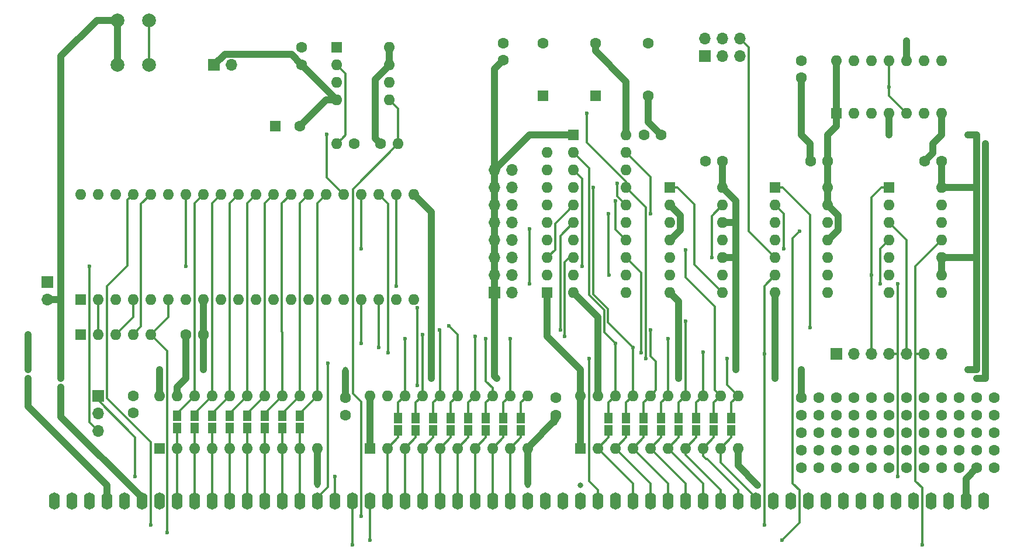
<source format=gbl>
G04 #@! TF.GenerationSoftware,KiCad,Pcbnew,(5.0.2)-1*
G04 #@! TF.CreationDate,2019-01-03T12:41:09+01:00*
G04 #@! TF.ProjectId,CPU6502,43505536-3530-4322-9e6b-696361645f70,rev?*
G04 #@! TF.SameCoordinates,Original*
G04 #@! TF.FileFunction,Copper,L2,Bot*
G04 #@! TF.FilePolarity,Positive*
%FSLAX46Y46*%
G04 Gerber Fmt 4.6, Leading zero omitted, Abs format (unit mm)*
G04 Created by KiCad (PCBNEW (5.0.2)-1) date 03.01.2019 12:41:09*
%MOMM*%
%LPD*%
G01*
G04 APERTURE LIST*
G04 #@! TA.AperFunction,ComponentPad*
%ADD10C,1.600000*%
G04 #@! TD*
G04 #@! TA.AperFunction,ComponentPad*
%ADD11O,1.600000X2.500000*%
G04 #@! TD*
G04 #@! TA.AperFunction,ComponentPad*
%ADD12R,1.600000X1.600000*%
G04 #@! TD*
G04 #@! TA.AperFunction,ComponentPad*
%ADD13O,1.600000X1.600000*%
G04 #@! TD*
G04 #@! TA.AperFunction,SMDPad,CuDef*
%ADD14R,1.200000X1.500000*%
G04 #@! TD*
G04 #@! TA.AperFunction,ComponentPad*
%ADD15C,2.000000*%
G04 #@! TD*
G04 #@! TA.AperFunction,ComponentPad*
%ADD16R,1.700000X1.700000*%
G04 #@! TD*
G04 #@! TA.AperFunction,ComponentPad*
%ADD17O,1.700000X1.700000*%
G04 #@! TD*
G04 #@! TA.AperFunction,ViaPad*
%ADD18C,0.600000*%
G04 #@! TD*
G04 #@! TA.AperFunction,ViaPad*
%ADD19C,0.800000*%
G04 #@! TD*
G04 #@! TA.AperFunction,Conductor*
%ADD20C,0.300000*%
G04 #@! TD*
G04 #@! TA.AperFunction,Conductor*
%ADD21C,1.000000*%
G04 #@! TD*
G04 APERTURE END LIST*
D10*
G04 #@! TO.P,REF\002A\002A,1*
G04 #@! TO.N,GND*
X160337500Y-105727500D03*
G04 #@! TD*
G04 #@! TO.P,REF\002A\002A,1*
G04 #@! TO.N,N/C*
X160337500Y-98107500D03*
G04 #@! TD*
G04 #@! TO.P,REF\002A\002A,1*
G04 #@! TO.N,N/C*
X160337500Y-100647500D03*
G04 #@! TD*
G04 #@! TO.P,REF\002A\002A,1*
G04 #@! TO.N,N/C*
X160337500Y-103187500D03*
G04 #@! TD*
G04 #@! TO.P,REF\002A\002A,1*
G04 #@! TO.N,N/C*
X160337500Y-95567500D03*
G04 #@! TD*
G04 #@! TO.P,REF\002A\002A,1*
G04 #@! TO.N,N/C*
X157797500Y-100647500D03*
G04 #@! TD*
G04 #@! TO.P,REF\002A\002A,1*
G04 #@! TO.N,N/C*
X157797500Y-98107500D03*
G04 #@! TD*
G04 #@! TO.P,REF\002A\002A,1*
G04 #@! TO.N,N/C*
X157797500Y-95567500D03*
G04 #@! TD*
G04 #@! TO.P,REF\002A\002A,1*
G04 #@! TO.N,N/C*
X157797500Y-103187500D03*
G04 #@! TD*
G04 #@! TO.P,REF\002A\002A,1*
G04 #@! TO.N,GND*
X157797500Y-105727500D03*
G04 #@! TD*
G04 #@! TO.P,REF\002A\002A,1*
G04 #@! TO.N,N/C*
X155257500Y-100647500D03*
G04 #@! TD*
G04 #@! TO.P,REF\002A\002A,1*
G04 #@! TO.N,N/C*
X155257500Y-98107500D03*
G04 #@! TD*
G04 #@! TO.P,REF\002A\002A,1*
G04 #@! TO.N,N/C*
X155257500Y-95567500D03*
G04 #@! TD*
G04 #@! TO.P,REF\002A\002A,1*
G04 #@! TO.N,N/C*
X155257500Y-103187500D03*
G04 #@! TD*
G04 #@! TO.P,REF\002A\002A,1*
G04 #@! TO.N,N/C*
X155257500Y-105727500D03*
G04 #@! TD*
G04 #@! TO.P,REF\002A\002A,1*
G04 #@! TO.N,N/C*
X152717500Y-100647500D03*
G04 #@! TD*
G04 #@! TO.P,REF\002A\002A,1*
G04 #@! TO.N,N/C*
X152717500Y-98107500D03*
G04 #@! TD*
G04 #@! TO.P,REF\002A\002A,1*
G04 #@! TO.N,N/C*
X152717500Y-95567500D03*
G04 #@! TD*
G04 #@! TO.P,REF\002A\002A,1*
G04 #@! TO.N,N/C*
X152717500Y-103187500D03*
G04 #@! TD*
G04 #@! TO.P,REF\002A\002A,1*
G04 #@! TO.N,N/C*
X152717500Y-105727500D03*
G04 #@! TD*
G04 #@! TO.P,REF\002A\002A,1*
G04 #@! TO.N,N/C*
X150177500Y-100647500D03*
G04 #@! TD*
G04 #@! TO.P,REF\002A\002A,1*
G04 #@! TO.N,N/C*
X150177500Y-98107500D03*
G04 #@! TD*
G04 #@! TO.P,REF\002A\002A,1*
G04 #@! TO.N,N/C*
X150177500Y-95567500D03*
G04 #@! TD*
G04 #@! TO.P,REF\002A\002A,1*
G04 #@! TO.N,N/C*
X150177500Y-103187500D03*
G04 #@! TD*
G04 #@! TO.P,REF\002A\002A,1*
G04 #@! TO.N,N/C*
X150177500Y-105727500D03*
G04 #@! TD*
G04 #@! TO.P,REF\002A\002A,1*
G04 #@! TO.N,N/C*
X147637500Y-100647500D03*
G04 #@! TD*
G04 #@! TO.P,REF\002A\002A,1*
G04 #@! TO.N,N/C*
X147637500Y-98107500D03*
G04 #@! TD*
G04 #@! TO.P,REF\002A\002A,1*
G04 #@! TO.N,N/C*
X147637500Y-95567500D03*
G04 #@! TD*
G04 #@! TO.P,REF\002A\002A,1*
G04 #@! TO.N,N/C*
X147637500Y-103187500D03*
G04 #@! TD*
G04 #@! TO.P,REF\002A\002A,1*
G04 #@! TO.N,N/C*
X147637500Y-105727500D03*
G04 #@! TD*
G04 #@! TO.P,REF\002A\002A,1*
G04 #@! TO.N,N/C*
X145097500Y-100647500D03*
G04 #@! TD*
G04 #@! TO.P,REF\002A\002A,1*
G04 #@! TO.N,N/C*
X145097500Y-95567500D03*
G04 #@! TD*
G04 #@! TO.P,REF\002A\002A,1*
G04 #@! TO.N,N/C*
X145097500Y-103187500D03*
G04 #@! TD*
G04 #@! TO.P,REF\002A\002A,1*
G04 #@! TO.N,N/C*
X145097500Y-98107500D03*
G04 #@! TD*
G04 #@! TO.P,REF\002A\002A,1*
G04 #@! TO.N,N/C*
X145097500Y-105727500D03*
G04 #@! TD*
G04 #@! TO.P,REF\002A\002A,1*
G04 #@! TO.N,N/C*
X142557500Y-100647500D03*
G04 #@! TD*
G04 #@! TO.P,REF\002A\002A,1*
G04 #@! TO.N,N/C*
X142557500Y-95567500D03*
G04 #@! TD*
G04 #@! TO.P,REF\002A\002A,1*
G04 #@! TO.N,N/C*
X142557500Y-105727500D03*
G04 #@! TD*
G04 #@! TO.P,REF\002A\002A,1*
G04 #@! TO.N,N/C*
X142557500Y-103187500D03*
G04 #@! TD*
G04 #@! TO.P,REF\002A\002A,1*
G04 #@! TO.N,N/C*
X142557500Y-98107500D03*
G04 #@! TD*
G04 #@! TO.P,REF\002A\002A,1*
G04 #@! TO.N,N/C*
X140017500Y-95567500D03*
G04 #@! TD*
G04 #@! TO.P,REF\002A\002A,1*
G04 #@! TO.N,N/C*
X140017500Y-100647500D03*
G04 #@! TD*
G04 #@! TO.P,REF\002A\002A,1*
G04 #@! TO.N,N/C*
X140017500Y-105727500D03*
G04 #@! TD*
G04 #@! TO.P,REF\002A\002A,1*
G04 #@! TO.N,N/C*
X140017500Y-103187500D03*
G04 #@! TD*
G04 #@! TO.P,REF\002A\002A,1*
G04 #@! TO.N,N/C*
X140017500Y-98107500D03*
G04 #@! TD*
G04 #@! TO.P,REF\002A\002A,1*
G04 #@! TO.N,N/C*
X137477500Y-95567500D03*
G04 #@! TD*
G04 #@! TO.P,REF\002A\002A,1*
G04 #@! TO.N,N/C*
X137477500Y-100647500D03*
G04 #@! TD*
G04 #@! TO.P,REF\002A\002A,1*
G04 #@! TO.N,N/C*
X137477500Y-105727500D03*
G04 #@! TD*
G04 #@! TO.P,REF\002A\002A,1*
G04 #@! TO.N,N/C*
X137477500Y-98107500D03*
G04 #@! TD*
G04 #@! TO.P,REF\002A\002A,1*
G04 #@! TO.N,N/C*
X137477500Y-103187500D03*
G04 #@! TD*
G04 #@! TO.P,REF\002A\002A,1*
G04 #@! TO.N,VCC*
X134937500Y-95567500D03*
G04 #@! TD*
G04 #@! TO.P,REF\002A\002A,1*
G04 #@! TO.N,N/C*
X134937500Y-105727500D03*
G04 #@! TD*
G04 #@! TO.P,REF\002A\002A,1*
G04 #@! TO.N,N/C*
X134937500Y-98107500D03*
G04 #@! TD*
G04 #@! TO.P,REF\002A\002A,1*
G04 #@! TO.N,N/C*
X134937500Y-103187500D03*
G04 #@! TD*
G04 #@! TO.P,REF\002A\002A,1*
G04 #@! TO.N,N/C*
X134937500Y-100647500D03*
G04 #@! TD*
G04 #@! TO.P,REF\002A\002A,1*
G04 #@! TO.N,N/C*
X132397500Y-105727500D03*
G04 #@! TD*
G04 #@! TO.P,REF\002A\002A,1*
G04 #@! TO.N,N/C*
X132397500Y-103187500D03*
G04 #@! TD*
G04 #@! TO.P,REF\002A\002A,1*
G04 #@! TO.N,N/C*
X132397500Y-100647500D03*
G04 #@! TD*
G04 #@! TO.P,REF\002A\002A,1*
G04 #@! TO.N,N/C*
X132397500Y-98107500D03*
G04 #@! TD*
G04 #@! TO.P,REF\002A\002A,1*
G04 #@! TO.N,VCC*
X132397500Y-95567500D03*
G04 #@! TD*
D11*
G04 #@! TO.P,J2,54*
G04 #@! TO.N,N/C*
X158750000Y-110490000D03*
G04 #@! TO.P,J2,53*
G04 #@! TO.N,GND*
X156210000Y-110490000D03*
G04 #@! TO.P,J2,52*
X153670000Y-110490000D03*
G04 #@! TO.P,J2,51*
G04 #@! TO.N,N/C*
X151130000Y-110490000D03*
G04 #@! TO.P,J2,50*
X148590000Y-110490000D03*
G04 #@! TO.P,J2,49*
X146050000Y-110490000D03*
G04 #@! TO.P,J2,48*
X143510000Y-110490000D03*
G04 #@! TO.P,J2,47*
G04 #@! TO.N,/-NMI*
X140970000Y-110490000D03*
G04 #@! TO.P,J2,46*
G04 #@! TO.N,N/C*
X138430000Y-110490000D03*
G04 #@! TO.P,J2,45*
X135890000Y-110490000D03*
G04 #@! TO.P,J2,44*
X133350000Y-110490000D03*
G04 #@! TO.P,J2,43*
X130810000Y-110490000D03*
G04 #@! TO.P,J2,42*
X128270000Y-110490000D03*
G04 #@! TO.P,J2,41*
G04 #@! TO.N,/NKC_A15*
X125730000Y-110490000D03*
G04 #@! TO.P,J2,40*
G04 #@! TO.N,/NKC_A14*
X123190000Y-110490000D03*
G04 #@! TO.P,J2,39*
G04 #@! TO.N,/NKC_A13*
X120650000Y-110490000D03*
G04 #@! TO.P,J2,38*
G04 #@! TO.N,/NKC_A12*
X118110000Y-110490000D03*
G04 #@! TO.P,J2,37*
G04 #@! TO.N,/NKC_A11*
X115570000Y-110490000D03*
G04 #@! TO.P,J2,36*
G04 #@! TO.N,/NKC_A10*
X113030000Y-110490000D03*
G04 #@! TO.P,J2,35*
G04 #@! TO.N,/NKC_A9*
X110490000Y-110490000D03*
G04 #@! TO.P,J2,34*
G04 #@! TO.N,/NKC_A8*
X107950000Y-110490000D03*
G04 #@! TO.P,J2,33*
G04 #@! TO.N,N/C*
X105410000Y-110490000D03*
G04 #@! TO.P,J2,32*
G04 #@! TO.N,/-INT*
X102870000Y-110490000D03*
G04 #@! TO.P,J2,31*
G04 #@! TO.N,N/C*
X100330000Y-110490000D03*
G04 #@! TO.P,J2,30*
G04 #@! TO.N,/CLK*
X97790000Y-110490000D03*
G04 #@! TO.P,J2,29*
G04 #@! TO.N,N/C*
X95250000Y-110490000D03*
G04 #@! TO.P,J2,28*
G04 #@! TO.N,/-RESET*
X92710000Y-110490000D03*
G04 #@! TO.P,J2,27*
G04 #@! TO.N,/NKC_A7*
X90170000Y-110490000D03*
G04 #@! TO.P,J2,26*
G04 #@! TO.N,/NKC_A6*
X87630000Y-110490000D03*
G04 #@! TO.P,J2,25*
G04 #@! TO.N,/NKC_A5*
X85090000Y-110490000D03*
G04 #@! TO.P,J2,24*
G04 #@! TO.N,/NKC_A4*
X82550000Y-110490000D03*
G04 #@! TO.P,J2,23*
G04 #@! TO.N,/NKC_A3*
X80010000Y-110490000D03*
G04 #@! TO.P,J2,22*
G04 #@! TO.N,/NKC_A2*
X77470000Y-110490000D03*
G04 #@! TO.P,J2,21*
G04 #@! TO.N,/NKC_A1*
X74930000Y-110490000D03*
G04 #@! TO.P,J2,20*
G04 #@! TO.N,/NKC_A0*
X72390000Y-110490000D03*
G04 #@! TO.P,J2,19*
G04 #@! TO.N,/-MREQ*
X69850000Y-110490000D03*
G04 #@! TO.P,J2,18*
G04 #@! TO.N,/-IORQ*
X67310000Y-110490000D03*
G04 #@! TO.P,J2,17*
G04 #@! TO.N,/-WR*
X64770000Y-110490000D03*
G04 #@! TO.P,J2,16*
G04 #@! TO.N,/-RD*
X62230000Y-110490000D03*
G04 #@! TO.P,J2,15*
G04 #@! TO.N,/NKC_D7*
X59690000Y-110490000D03*
G04 #@! TO.P,J2,14*
G04 #@! TO.N,/NKC_D6*
X57150000Y-110490000D03*
G04 #@! TO.P,J2,13*
G04 #@! TO.N,/NKC_D5*
X54610000Y-110490000D03*
G04 #@! TO.P,J2,12*
G04 #@! TO.N,/NKC_D4*
X52070000Y-110490000D03*
G04 #@! TO.P,J2,11*
G04 #@! TO.N,/NKC_D3*
X49530000Y-110490000D03*
G04 #@! TO.P,J2,10*
G04 #@! TO.N,/NKC_D2*
X46990000Y-110490000D03*
G04 #@! TO.P,J2,9*
G04 #@! TO.N,/NKC_D1*
X44450000Y-110490000D03*
G04 #@! TO.P,J2,8*
G04 #@! TO.N,/NKC_D0*
X41910000Y-110490000D03*
G04 #@! TO.P,J2,7*
G04 #@! TO.N,GND*
X39370000Y-110490000D03*
G04 #@! TO.P,J2,6*
X36830000Y-110490000D03*
G04 #@! TO.P,J2,5*
G04 #@! TO.N,VCC*
X34290000Y-110490000D03*
G04 #@! TO.P,J2,4*
X31750000Y-110490000D03*
G04 #@! TO.P,J2,3*
G04 #@! TO.N,N/C*
X29210000Y-110490000D03*
G04 #@! TO.P,J2,2*
X26670000Y-110490000D03*
G04 #@! TO.P,J2,1*
X24130000Y-110490000D03*
G04 #@! TD*
D12*
G04 #@! TO.P,U8,1*
G04 #@! TO.N,VCC*
X69850000Y-102870000D03*
D13*
G04 #@! TO.P,U8,11*
G04 #@! TO.N,/A7*
X92710000Y-95250000D03*
G04 #@! TO.P,U8,2*
G04 #@! TO.N,/NKC_A0*
X72390000Y-102870000D03*
G04 #@! TO.P,U8,12*
G04 #@! TO.N,/A6*
X90170000Y-95250000D03*
G04 #@! TO.P,U8,3*
G04 #@! TO.N,/NKC_A1*
X74930000Y-102870000D03*
G04 #@! TO.P,U8,13*
G04 #@! TO.N,/A5*
X87630000Y-95250000D03*
G04 #@! TO.P,U8,4*
G04 #@! TO.N,/NKC_A2*
X77470000Y-102870000D03*
G04 #@! TO.P,U8,14*
G04 #@! TO.N,/A4*
X85090000Y-95250000D03*
G04 #@! TO.P,U8,5*
G04 #@! TO.N,/NKC_A3*
X80010000Y-102870000D03*
G04 #@! TO.P,U8,15*
G04 #@! TO.N,/A3*
X82550000Y-95250000D03*
G04 #@! TO.P,U8,6*
G04 #@! TO.N,/NKC_A4*
X82550000Y-102870000D03*
G04 #@! TO.P,U8,16*
G04 #@! TO.N,/A2*
X80010000Y-95250000D03*
G04 #@! TO.P,U8,7*
G04 #@! TO.N,/NKC_A5*
X85090000Y-102870000D03*
G04 #@! TO.P,U8,17*
G04 #@! TO.N,/A1*
X77470000Y-95250000D03*
G04 #@! TO.P,U8,8*
G04 #@! TO.N,/NKC_A6*
X87630000Y-102870000D03*
G04 #@! TO.P,U8,18*
G04 #@! TO.N,/A0*
X74930000Y-95250000D03*
G04 #@! TO.P,U8,9*
G04 #@! TO.N,/NKC_A7*
X90170000Y-102870000D03*
G04 #@! TO.P,U8,19*
G04 #@! TO.N,GND*
X72390000Y-95250000D03*
G04 #@! TO.P,U8,10*
X92710000Y-102870000D03*
G04 #@! TO.P,U8,20*
G04 #@! TO.N,VCC*
X69850000Y-95250000D03*
G04 #@! TD*
D12*
G04 #@! TO.P,U6,1*
G04 #@! TO.N,Net-(JP2-Pad2)*
X39370000Y-102870000D03*
D13*
G04 #@! TO.P,U6,11*
G04 #@! TO.N,/D7*
X62230000Y-95250000D03*
G04 #@! TO.P,U6,2*
G04 #@! TO.N,/NKC_D0*
X41910000Y-102870000D03*
G04 #@! TO.P,U6,12*
G04 #@! TO.N,/D6*
X59690000Y-95250000D03*
G04 #@! TO.P,U6,3*
G04 #@! TO.N,/NKC_D1*
X44450000Y-102870000D03*
G04 #@! TO.P,U6,13*
G04 #@! TO.N,/D5*
X57150000Y-95250000D03*
G04 #@! TO.P,U6,4*
G04 #@! TO.N,/NKC_D2*
X46990000Y-102870000D03*
G04 #@! TO.P,U6,14*
G04 #@! TO.N,/D4*
X54610000Y-95250000D03*
G04 #@! TO.P,U6,5*
G04 #@! TO.N,/NKC_D3*
X49530000Y-102870000D03*
G04 #@! TO.P,U6,15*
G04 #@! TO.N,/D3*
X52070000Y-95250000D03*
G04 #@! TO.P,U6,6*
G04 #@! TO.N,/NKC_D4*
X52070000Y-102870000D03*
G04 #@! TO.P,U6,16*
G04 #@! TO.N,/D2*
X49530000Y-95250000D03*
G04 #@! TO.P,U6,7*
G04 #@! TO.N,/NKC_D5*
X54610000Y-102870000D03*
G04 #@! TO.P,U6,17*
G04 #@! TO.N,/D1*
X46990000Y-95250000D03*
G04 #@! TO.P,U6,8*
G04 #@! TO.N,/NKC_D6*
X57150000Y-102870000D03*
G04 #@! TO.P,U6,18*
G04 #@! TO.N,/D0*
X44450000Y-95250000D03*
G04 #@! TO.P,U6,9*
G04 #@! TO.N,/NKC_D7*
X59690000Y-102870000D03*
G04 #@! TO.P,U6,19*
G04 #@! TO.N,GND*
X41910000Y-95250000D03*
G04 #@! TO.P,U6,10*
X62230000Y-102870000D03*
G04 #@! TO.P,U6,20*
G04 #@! TO.N,VCC*
X39370000Y-95250000D03*
G04 #@! TD*
G04 #@! TO.P,U9,20*
G04 #@! TO.N,VCC*
X100330000Y-95250000D03*
G04 #@! TO.P,U9,10*
G04 #@! TO.N,GND*
X123190000Y-102870000D03*
G04 #@! TO.P,U9,19*
X102870000Y-95250000D03*
G04 #@! TO.P,U9,9*
G04 #@! TO.N,/NKC_A15*
X120650000Y-102870000D03*
G04 #@! TO.P,U9,18*
G04 #@! TO.N,/A8*
X105410000Y-95250000D03*
G04 #@! TO.P,U9,8*
G04 #@! TO.N,/NKC_A14*
X118110000Y-102870000D03*
G04 #@! TO.P,U9,17*
G04 #@! TO.N,/A9*
X107950000Y-95250000D03*
G04 #@! TO.P,U9,7*
G04 #@! TO.N,/NKC_A13*
X115570000Y-102870000D03*
G04 #@! TO.P,U9,16*
G04 #@! TO.N,/A10*
X110490000Y-95250000D03*
G04 #@! TO.P,U9,6*
G04 #@! TO.N,/NKC_A12*
X113030000Y-102870000D03*
G04 #@! TO.P,U9,15*
G04 #@! TO.N,/A11*
X113030000Y-95250000D03*
G04 #@! TO.P,U9,5*
G04 #@! TO.N,/NKC_A11*
X110490000Y-102870000D03*
G04 #@! TO.P,U9,14*
G04 #@! TO.N,/A12*
X115570000Y-95250000D03*
G04 #@! TO.P,U9,4*
G04 #@! TO.N,/NKC_A10*
X107950000Y-102870000D03*
G04 #@! TO.P,U9,13*
G04 #@! TO.N,/A13*
X118110000Y-95250000D03*
G04 #@! TO.P,U9,3*
G04 #@! TO.N,/NKC_A9*
X105410000Y-102870000D03*
G04 #@! TO.P,U9,12*
G04 #@! TO.N,/A14*
X120650000Y-95250000D03*
G04 #@! TO.P,U9,2*
G04 #@! TO.N,/NKC_A8*
X102870000Y-102870000D03*
G04 #@! TO.P,U9,11*
G04 #@! TO.N,/A15*
X123190000Y-95250000D03*
D12*
G04 #@! TO.P,U9,1*
G04 #@! TO.N,VCC*
X100330000Y-102870000D03*
G04 #@! TD*
G04 #@! TO.P,RN1,1*
G04 #@! TO.N,VCC*
X27940000Y-86360000D03*
D13*
G04 #@! TO.P,RN1,2*
G04 #@! TO.N,/RDY*
X30480000Y-86360000D03*
G04 #@! TO.P,RN1,3*
G04 #@! TO.N,/-INT*
X33020000Y-86360000D03*
G04 #@! TO.P,RN1,4*
G04 #@! TO.N,/BE*
X35560000Y-86360000D03*
G04 #@! TO.P,RN1,5*
G04 #@! TO.N,/-NMI*
X38100000Y-86360000D03*
G04 #@! TD*
D10*
G04 #@! TO.P,C1,1*
G04 #@! TO.N,VCC*
X45720000Y-86360000D03*
G04 #@! TO.P,C1,2*
G04 #@! TO.N,GND*
X43220000Y-86360000D03*
G04 #@! TD*
G04 #@! TO.P,C2,2*
G04 #@! TO.N,GND*
X112077500Y-57467500D03*
G04 #@! TO.P,C2,1*
G04 #@! TO.N,VCC*
X109577500Y-57467500D03*
G04 #@! TD*
G04 #@! TO.P,C4,1*
G04 #@! TO.N,VCC*
X136207500Y-61277500D03*
G04 #@! TO.P,C4,2*
G04 #@! TO.N,GND*
X133707500Y-61277500D03*
G04 #@! TD*
G04 #@! TO.P,C5,2*
G04 #@! TO.N,GND*
X150217500Y-61277500D03*
G04 #@! TO.P,C5,1*
G04 #@! TO.N,VCC*
X152717500Y-61277500D03*
G04 #@! TD*
G04 #@! TO.P,C6,1*
G04 #@! TO.N,VCC*
X35560000Y-95250000D03*
G04 #@! TO.P,C6,2*
G04 #@! TO.N,GND*
X35560000Y-97750000D03*
G04 #@! TD*
G04 #@! TO.P,C8,1*
G04 #@! TO.N,VCC*
X66357500Y-95567500D03*
G04 #@! TO.P,C8,2*
G04 #@! TO.N,GND*
X66357500Y-98067500D03*
G04 #@! TD*
G04 #@! TO.P,C9,2*
G04 #@! TO.N,GND*
X96837500Y-98067500D03*
G04 #@! TO.P,C9,1*
G04 #@! TO.N,VCC*
X96837500Y-95567500D03*
G04 #@! TD*
G04 #@! TO.P,C10,1*
G04 #@! TO.N,VCC*
X132397500Y-46672500D03*
G04 #@! TO.P,C10,2*
G04 #@! TO.N,GND*
X132397500Y-49172500D03*
G04 #@! TD*
G04 #@! TO.P,C3,1*
G04 #@! TO.N,VCC*
X120967500Y-61277500D03*
G04 #@! TO.P,C3,2*
G04 #@! TO.N,GND*
X118467500Y-61277500D03*
G04 #@! TD*
D14*
G04 #@! TO.P,J6,8a*
G04 #@! TO.N,/NKC_D7*
X59690000Y-99960000D03*
G04 #@! TO.P,J6,8b*
G04 #@! TO.N,/D7*
X59690000Y-98160000D03*
G04 #@! TO.P,J6,7a*
G04 #@! TO.N,/NKC_D6*
X57150000Y-99960000D03*
G04 #@! TO.P,J6,7b*
G04 #@! TO.N,/D6*
X57150000Y-98160000D03*
G04 #@! TO.P,J6,6a*
G04 #@! TO.N,/NKC_D5*
X54610000Y-99960000D03*
G04 #@! TO.P,J6,6b*
G04 #@! TO.N,/D5*
X54610000Y-98160000D03*
G04 #@! TO.P,J6,5a*
G04 #@! TO.N,/NKC_D4*
X52070000Y-99960000D03*
G04 #@! TO.P,J6,5b*
G04 #@! TO.N,/D4*
X52070000Y-98160000D03*
G04 #@! TO.P,J6,4a*
G04 #@! TO.N,/NKC_D3*
X49530000Y-99960000D03*
G04 #@! TO.P,J6,4b*
G04 #@! TO.N,/D3*
X49530000Y-98160000D03*
G04 #@! TO.P,J6,3a*
G04 #@! TO.N,/NKC_D2*
X46990000Y-99960000D03*
G04 #@! TO.P,J6,3b*
G04 #@! TO.N,/D2*
X46990000Y-98160000D03*
G04 #@! TO.P,J6,2a*
G04 #@! TO.N,/NKC_D1*
X44450000Y-99960000D03*
G04 #@! TO.P,J6,2b*
G04 #@! TO.N,/D1*
X44450000Y-98160000D03*
G04 #@! TO.P,J6,1a*
G04 #@! TO.N,/NKC_D0*
X41910000Y-99960000D03*
G04 #@! TO.P,J6,1b*
G04 #@! TO.N,/D0*
X41910000Y-98160000D03*
G04 #@! TD*
D10*
G04 #@! TO.P,C11,1*
G04 #@! TO.N,VCC*
X89217500Y-44132500D03*
G04 #@! TO.P,C11,2*
G04 #@! TO.N,GND*
X89217500Y-46632500D03*
G04 #@! TD*
D12*
G04 #@! TO.P,U10,1*
G04 #@! TO.N,VCC*
X137477500Y-54292500D03*
D13*
G04 #@! TO.P,U10,8*
G04 #@! TO.N,Net-(U10-Pad12)*
X152717500Y-46672500D03*
G04 #@! TO.P,U10,2*
G04 #@! TO.N,Net-(U10-Pad2)*
X140017500Y-54292500D03*
G04 #@! TO.P,U10,9*
G04 #@! TO.N,Net-(JP3-Pad5)*
X150177500Y-46672500D03*
G04 #@! TO.P,U10,3*
G04 #@! TO.N,Net-(JP3-Pad1)*
X142557500Y-54292500D03*
G04 #@! TO.P,U10,10*
G04 #@! TO.N,VCC*
X147637500Y-46672500D03*
G04 #@! TO.P,U10,4*
X145097500Y-54292500D03*
G04 #@! TO.P,U10,11*
G04 #@! TO.N,Net-(JP3-Pad3)*
X145097500Y-46672500D03*
G04 #@! TO.P,U10,5*
X147637500Y-54292500D03*
G04 #@! TO.P,U10,12*
G04 #@! TO.N,Net-(U10-Pad12)*
X142557500Y-46672500D03*
G04 #@! TO.P,U10,6*
G04 #@! TO.N,Net-(U10-Pad2)*
X150177500Y-54292500D03*
G04 #@! TO.P,U10,13*
G04 #@! TO.N,VCC*
X140017500Y-46672500D03*
G04 #@! TO.P,U10,7*
G04 #@! TO.N,GND*
X152717500Y-54292500D03*
G04 #@! TO.P,U10,14*
G04 #@! TO.N,VCC*
X137477500Y-46672500D03*
G04 #@! TD*
D10*
G04 #@! TO.P,C12,1*
G04 #@! TO.N,Net-(C12-Pad1)*
X60007500Y-44767500D03*
G04 #@! TO.P,C12,2*
G04 #@! TO.N,GND*
X60007500Y-47267500D03*
G04 #@! TD*
D13*
G04 #@! TO.P,R1,2*
G04 #@! TO.N,Net-(J11-Pad2)*
X65087500Y-58737500D03*
D10*
G04 #@! TO.P,R1,1*
G04 #@! TO.N,VCC*
X67627500Y-58737500D03*
G04 #@! TD*
G04 #@! TO.P,R2,1*
G04 #@! TO.N,VCC*
X71437500Y-58737500D03*
D13*
G04 #@! TO.P,R2,2*
G04 #@! TO.N,/-RESET*
X73977500Y-58737500D03*
G04 #@! TD*
D15*
G04 #@! TO.P,SW1,2*
G04 #@! TO.N,Net-(J11-Pad2)*
X37837500Y-47307500D03*
G04 #@! TO.P,SW1,1*
G04 #@! TO.N,GND*
X33337500Y-47307500D03*
G04 #@! TO.P,SW1,2*
G04 #@! TO.N,Net-(J11-Pad2)*
X37837500Y-40807500D03*
G04 #@! TO.P,SW1,1*
G04 #@! TO.N,GND*
X33337500Y-40807500D03*
G04 #@! TD*
D12*
G04 #@! TO.P,U11,1*
G04 #@! TO.N,Net-(C12-Pad1)*
X65087500Y-44767500D03*
D13*
G04 #@! TO.P,U11,5*
G04 #@! TO.N,/-RESET*
X72707500Y-52387500D03*
G04 #@! TO.P,U11,2*
G04 #@! TO.N,Net-(J11-Pad2)*
X65087500Y-47307500D03*
G04 #@! TO.P,U11,6*
G04 #@! TO.N,N/C*
X72707500Y-49847500D03*
G04 #@! TO.P,U11,3*
G04 #@! TO.N,Net-(C13-Pad1)*
X65087500Y-49847500D03*
G04 #@! TO.P,U11,7*
G04 #@! TO.N,VCC*
X72707500Y-47307500D03*
G04 #@! TO.P,U11,4*
G04 #@! TO.N,GND*
X65087500Y-52387500D03*
G04 #@! TO.P,U11,8*
G04 #@! TO.N,VCC*
X72707500Y-44767500D03*
G04 #@! TD*
D16*
G04 #@! TO.P,JP2,1*
G04 #@! TO.N,/-WR*
X30480000Y-95250000D03*
D17*
G04 #@! TO.P,JP2,2*
G04 #@! TO.N,Net-(JP2-Pad2)*
X30480000Y-97790000D03*
G04 #@! TO.P,JP2,3*
G04 #@! TO.N,/R-W*
X30480000Y-100330000D03*
G04 #@! TD*
D16*
G04 #@! TO.P,J11,1*
G04 #@! TO.N,GND*
X47307500Y-47307500D03*
D17*
G04 #@! TO.P,J11,2*
G04 #@! TO.N,Net-(J11-Pad2)*
X49847500Y-47307500D03*
G04 #@! TD*
D16*
G04 #@! TO.P,JP1,1*
G04 #@! TO.N,Net-(JP1-Pad1)*
X23177500Y-78740000D03*
D17*
G04 #@! TO.P,JP1,2*
G04 #@! TO.N,GND*
X23177500Y-81280000D03*
G04 #@! TD*
D12*
G04 #@! TO.P,RN2,1*
G04 #@! TO.N,VCC*
X95567500Y-80327500D03*
D13*
G04 #@! TO.P,RN2,2*
G04 #@! TO.N,Net-(J12-Pad2)*
X95567500Y-77787500D03*
G04 #@! TO.P,RN2,3*
G04 #@! TO.N,Net-(J12-Pad4)*
X95567500Y-75247500D03*
G04 #@! TO.P,RN2,4*
G04 #@! TO.N,Net-(J12-Pad6)*
X95567500Y-72707500D03*
G04 #@! TO.P,RN2,5*
G04 #@! TO.N,Net-(J12-Pad8)*
X95567500Y-70167500D03*
G04 #@! TO.P,RN2,6*
G04 #@! TO.N,Net-(J12-Pad10)*
X95567500Y-67627500D03*
G04 #@! TO.P,RN2,7*
G04 #@! TO.N,Net-(J12-Pad12)*
X95567500Y-65087500D03*
G04 #@! TO.P,RN2,8*
G04 #@! TO.N,Net-(J12-Pad14)*
X95567500Y-62547500D03*
G04 #@! TO.P,RN2,9*
G04 #@! TO.N,Net-(J12-Pad16)*
X95567500Y-60007500D03*
G04 #@! TD*
D16*
G04 #@! TO.P,JP3,1*
G04 #@! TO.N,Net-(JP3-Pad1)*
X118427500Y-46037500D03*
D17*
G04 #@! TO.P,JP3,2*
G04 #@! TO.N,Net-(JP3-Pad2)*
X118427500Y-43497500D03*
G04 #@! TO.P,JP3,3*
G04 #@! TO.N,Net-(JP3-Pad3)*
X120967500Y-46037500D03*
G04 #@! TO.P,JP3,4*
G04 #@! TO.N,Net-(JP3-Pad2)*
X120967500Y-43497500D03*
G04 #@! TO.P,JP3,5*
G04 #@! TO.N,Net-(JP3-Pad5)*
X123507500Y-46037500D03*
G04 #@! TO.P,JP3,6*
G04 #@! TO.N,Net-(JP3-Pad2)*
X123507500Y-43497500D03*
G04 #@! TD*
D16*
G04 #@! TO.P,J12,1*
G04 #@! TO.N,GND*
X87947500Y-80327500D03*
D17*
G04 #@! TO.P,J12,2*
G04 #@! TO.N,Net-(J12-Pad2)*
X90487500Y-80327500D03*
G04 #@! TO.P,J12,3*
G04 #@! TO.N,GND*
X87947500Y-77787500D03*
G04 #@! TO.P,J12,4*
G04 #@! TO.N,Net-(J12-Pad4)*
X90487500Y-77787500D03*
G04 #@! TO.P,J12,5*
G04 #@! TO.N,GND*
X87947500Y-75247500D03*
G04 #@! TO.P,J12,6*
G04 #@! TO.N,Net-(J12-Pad6)*
X90487500Y-75247500D03*
G04 #@! TO.P,J12,7*
G04 #@! TO.N,GND*
X87947500Y-72707500D03*
G04 #@! TO.P,J12,8*
G04 #@! TO.N,Net-(J12-Pad8)*
X90487500Y-72707500D03*
G04 #@! TO.P,J12,9*
G04 #@! TO.N,GND*
X87947500Y-70167500D03*
G04 #@! TO.P,J12,10*
G04 #@! TO.N,Net-(J12-Pad10)*
X90487500Y-70167500D03*
G04 #@! TO.P,J12,11*
G04 #@! TO.N,GND*
X87947500Y-67627500D03*
G04 #@! TO.P,J12,12*
G04 #@! TO.N,Net-(J12-Pad12)*
X90487500Y-67627500D03*
G04 #@! TO.P,J12,13*
G04 #@! TO.N,GND*
X87947500Y-65087500D03*
G04 #@! TO.P,J12,14*
G04 #@! TO.N,Net-(J12-Pad14)*
X90487500Y-65087500D03*
G04 #@! TO.P,J12,15*
G04 #@! TO.N,GND*
X87947500Y-62547500D03*
G04 #@! TO.P,J12,16*
G04 #@! TO.N,Net-(J12-Pad16)*
X90487500Y-62547500D03*
G04 #@! TD*
D14*
G04 #@! TO.P,J8,1b*
G04 #@! TO.N,/A0*
X73977500Y-98477500D03*
G04 #@! TO.P,J8,1a*
G04 #@! TO.N,/NKC_A0*
X73977500Y-100277500D03*
G04 #@! TO.P,J8,2b*
G04 #@! TO.N,/A1*
X76517500Y-98477500D03*
G04 #@! TO.P,J8,2a*
G04 #@! TO.N,/NKC_A1*
X76517500Y-100277500D03*
G04 #@! TO.P,J8,3b*
G04 #@! TO.N,/A2*
X79057500Y-98477500D03*
G04 #@! TO.P,J8,3a*
G04 #@! TO.N,/NKC_A2*
X79057500Y-100277500D03*
G04 #@! TO.P,J8,4b*
G04 #@! TO.N,/A3*
X81597500Y-98477500D03*
G04 #@! TO.P,J8,4a*
G04 #@! TO.N,/NKC_A3*
X81597500Y-100277500D03*
G04 #@! TO.P,J8,5b*
G04 #@! TO.N,/A4*
X84137500Y-98477500D03*
G04 #@! TO.P,J8,5a*
G04 #@! TO.N,/NKC_A4*
X84137500Y-100277500D03*
G04 #@! TO.P,J8,6b*
G04 #@! TO.N,/A5*
X86677500Y-98477500D03*
G04 #@! TO.P,J8,6a*
G04 #@! TO.N,/NKC_A5*
X86677500Y-100277500D03*
G04 #@! TO.P,J8,7b*
G04 #@! TO.N,/A6*
X89217500Y-98477500D03*
G04 #@! TO.P,J8,7a*
G04 #@! TO.N,/NKC_A6*
X89217500Y-100277500D03*
G04 #@! TO.P,J8,8b*
G04 #@! TO.N,/A7*
X91757500Y-98477500D03*
G04 #@! TO.P,J8,8a*
G04 #@! TO.N,/NKC_A7*
X91757500Y-100277500D03*
G04 #@! TD*
G04 #@! TO.P,J9,8a*
G04 #@! TO.N,/NKC_A15*
X122237500Y-100277500D03*
G04 #@! TO.P,J9,8b*
G04 #@! TO.N,/A15*
X122237500Y-98477500D03*
G04 #@! TO.P,J9,7a*
G04 #@! TO.N,/NKC_A14*
X119697500Y-100277500D03*
G04 #@! TO.P,J9,7b*
G04 #@! TO.N,/A14*
X119697500Y-98477500D03*
G04 #@! TO.P,J9,6a*
G04 #@! TO.N,/NKC_A13*
X117157500Y-100277500D03*
G04 #@! TO.P,J9,6b*
G04 #@! TO.N,/A13*
X117157500Y-98477500D03*
G04 #@! TO.P,J9,5a*
G04 #@! TO.N,/NKC_A12*
X114617500Y-100277500D03*
G04 #@! TO.P,J9,5b*
G04 #@! TO.N,/A12*
X114617500Y-98477500D03*
G04 #@! TO.P,J9,4a*
G04 #@! TO.N,/NKC_A11*
X112077500Y-100277500D03*
G04 #@! TO.P,J9,4b*
G04 #@! TO.N,/A11*
X112077500Y-98477500D03*
G04 #@! TO.P,J9,3a*
G04 #@! TO.N,/NKC_A10*
X109537500Y-100277500D03*
G04 #@! TO.P,J9,3b*
G04 #@! TO.N,/A10*
X109537500Y-98477500D03*
G04 #@! TO.P,J9,2a*
G04 #@! TO.N,/NKC_A9*
X106997500Y-100277500D03*
G04 #@! TO.P,J9,2b*
G04 #@! TO.N,/A9*
X106997500Y-98477500D03*
G04 #@! TO.P,J9,1a*
G04 #@! TO.N,/NKC_A8*
X104457500Y-100277500D03*
G04 #@! TO.P,J9,1b*
G04 #@! TO.N,/A8*
X104457500Y-98477500D03*
G04 #@! TD*
D12*
G04 #@! TO.P,C13,1*
G04 #@! TO.N,Net-(C13-Pad1)*
X56197500Y-56197500D03*
D10*
G04 #@! TO.P,C13,2*
G04 #@! TO.N,GND*
X59697500Y-56197500D03*
G04 #@! TD*
D12*
G04 #@! TO.P,U1,1*
G04 #@! TO.N,Net-(JP1-Pad1)*
X27940000Y-81280000D03*
D13*
G04 #@! TO.P,U1,21*
G04 #@! TO.N,GND*
X76200000Y-66040000D03*
G04 #@! TO.P,U1,2*
G04 #@! TO.N,/RDY*
X30480000Y-81280000D03*
G04 #@! TO.P,U1,22*
G04 #@! TO.N,/A12*
X73660000Y-66040000D03*
G04 #@! TO.P,U1,3*
G04 #@! TO.N,N/C*
X33020000Y-81280000D03*
G04 #@! TO.P,U1,23*
G04 #@! TO.N,/A13*
X71120000Y-66040000D03*
G04 #@! TO.P,U1,4*
G04 #@! TO.N,/-INT*
X35560000Y-81280000D03*
G04 #@! TO.P,U1,24*
G04 #@! TO.N,/A14*
X68580000Y-66040000D03*
G04 #@! TO.P,U1,5*
G04 #@! TO.N,N/C*
X38100000Y-81280000D03*
G04 #@! TO.P,U1,25*
G04 #@! TO.N,/A15*
X66040000Y-66040000D03*
G04 #@! TO.P,U1,6*
G04 #@! TO.N,/-NMI*
X40640000Y-81280000D03*
G04 #@! TO.P,U1,26*
G04 #@! TO.N,/D7*
X63500000Y-66040000D03*
G04 #@! TO.P,U1,7*
G04 #@! TO.N,N/C*
X43180000Y-81280000D03*
G04 #@! TO.P,U1,27*
G04 #@! TO.N,/D6*
X60960000Y-66040000D03*
G04 #@! TO.P,U1,8*
G04 #@! TO.N,VCC*
X45720000Y-81280000D03*
G04 #@! TO.P,U1,28*
G04 #@! TO.N,/D5*
X58420000Y-66040000D03*
G04 #@! TO.P,U1,9*
G04 #@! TO.N,/A0*
X48260000Y-81280000D03*
G04 #@! TO.P,U1,29*
G04 #@! TO.N,/D4*
X55880000Y-66040000D03*
G04 #@! TO.P,U1,10*
G04 #@! TO.N,/A1*
X50800000Y-81280000D03*
G04 #@! TO.P,U1,30*
G04 #@! TO.N,/D3*
X53340000Y-66040000D03*
G04 #@! TO.P,U1,11*
G04 #@! TO.N,/A2*
X53340000Y-81280000D03*
G04 #@! TO.P,U1,31*
G04 #@! TO.N,/D2*
X50800000Y-66040000D03*
G04 #@! TO.P,U1,12*
G04 #@! TO.N,/A3*
X55880000Y-81280000D03*
G04 #@! TO.P,U1,32*
G04 #@! TO.N,/D1*
X48260000Y-66040000D03*
G04 #@! TO.P,U1,13*
G04 #@! TO.N,/A4*
X58420000Y-81280000D03*
G04 #@! TO.P,U1,33*
G04 #@! TO.N,/D0*
X45720000Y-66040000D03*
G04 #@! TO.P,U1,14*
G04 #@! TO.N,/A5*
X60960000Y-81280000D03*
G04 #@! TO.P,U1,34*
G04 #@! TO.N,/R-W*
X43180000Y-66040000D03*
G04 #@! TO.P,U1,15*
G04 #@! TO.N,/A6*
X63500000Y-81280000D03*
G04 #@! TO.P,U1,35*
G04 #@! TO.N,N/C*
X40640000Y-66040000D03*
G04 #@! TO.P,U1,16*
G04 #@! TO.N,/A7*
X66040000Y-81280000D03*
G04 #@! TO.P,U1,36*
G04 #@! TO.N,/BE*
X38100000Y-66040000D03*
G04 #@! TO.P,U1,17*
G04 #@! TO.N,/A8*
X68580000Y-81280000D03*
G04 #@! TO.P,U1,37*
G04 #@! TO.N,/CLK*
X35560000Y-66040000D03*
G04 #@! TO.P,U1,18*
G04 #@! TO.N,/A9*
X71120000Y-81280000D03*
G04 #@! TO.P,U1,38*
G04 #@! TO.N,N/C*
X33020000Y-66040000D03*
G04 #@! TO.P,U1,19*
G04 #@! TO.N,/A10*
X73660000Y-81280000D03*
G04 #@! TO.P,U1,39*
G04 #@! TO.N,/PHI2*
X30480000Y-66040000D03*
G04 #@! TO.P,U1,20*
G04 #@! TO.N,/A11*
X76200000Y-81280000D03*
G04 #@! TO.P,U1,40*
G04 #@! TO.N,/-RESET*
X27940000Y-66040000D03*
G04 #@! TD*
D12*
G04 #@! TO.P,U2,1*
G04 #@! TO.N,GND*
X99377500Y-57467500D03*
D13*
G04 #@! TO.P,U2,11*
G04 #@! TO.N,/A12*
X106997500Y-80327500D03*
G04 #@! TO.P,U2,2*
G04 #@! TO.N,/A8*
X99377500Y-60007500D03*
G04 #@! TO.P,U2,12*
G04 #@! TO.N,Net-(J12-Pad10)*
X106997500Y-77787500D03*
G04 #@! TO.P,U2,3*
G04 #@! TO.N,Net-(J12-Pad2)*
X99377500Y-62547500D03*
G04 #@! TO.P,U2,13*
G04 #@! TO.N,/A13*
X106997500Y-75247500D03*
G04 #@! TO.P,U2,4*
G04 #@! TO.N,/A9*
X99377500Y-65087500D03*
G04 #@! TO.P,U2,14*
G04 #@! TO.N,Net-(J12-Pad12)*
X106997500Y-72707500D03*
G04 #@! TO.P,U2,5*
G04 #@! TO.N,Net-(J12-Pad4)*
X99377500Y-67627500D03*
G04 #@! TO.P,U2,15*
G04 #@! TO.N,/A14*
X106997500Y-70167500D03*
G04 #@! TO.P,U2,6*
G04 #@! TO.N,/A10*
X99377500Y-70167500D03*
G04 #@! TO.P,U2,16*
G04 #@! TO.N,Net-(J12-Pad14)*
X106997500Y-67627500D03*
G04 #@! TO.P,U2,7*
G04 #@! TO.N,Net-(J12-Pad6)*
X99377500Y-72707500D03*
G04 #@! TO.P,U2,17*
G04 #@! TO.N,/A15*
X106997500Y-65087500D03*
G04 #@! TO.P,U2,8*
G04 #@! TO.N,/A11*
X99377500Y-75247500D03*
G04 #@! TO.P,U2,18*
G04 #@! TO.N,Net-(J12-Pad16)*
X106997500Y-62547500D03*
G04 #@! TO.P,U2,9*
G04 #@! TO.N,Net-(J12-Pad8)*
X99377500Y-77787500D03*
G04 #@! TO.P,U2,19*
G04 #@! TO.N,Net-(U2-Pad19)*
X106997500Y-60007500D03*
G04 #@! TO.P,U2,10*
G04 #@! TO.N,GND*
X99377500Y-80327500D03*
G04 #@! TO.P,U2,20*
G04 #@! TO.N,VCC*
X106997500Y-57467500D03*
G04 #@! TD*
D12*
G04 #@! TO.P,U3,1*
G04 #@! TO.N,Net-(U3-Pad1)*
X113347500Y-65087500D03*
D13*
G04 #@! TO.P,U3,8*
X120967500Y-80327500D03*
G04 #@! TO.P,U3,2*
G04 #@! TO.N,VCC*
X113347500Y-67627500D03*
G04 #@! TO.P,U3,9*
G04 #@! TO.N,N/C*
X120967500Y-77787500D03*
G04 #@! TO.P,U3,3*
G04 #@! TO.N,/CLK*
X113347500Y-70167500D03*
G04 #@! TO.P,U3,10*
G04 #@! TO.N,VCC*
X120967500Y-75247500D03*
G04 #@! TO.P,U3,4*
X113347500Y-72707500D03*
G04 #@! TO.P,U3,11*
G04 #@! TO.N,/-PHI2*
X120967500Y-72707500D03*
G04 #@! TO.P,U3,5*
G04 #@! TO.N,Net-(U3-Pad13)*
X113347500Y-75247500D03*
G04 #@! TO.P,U3,12*
G04 #@! TO.N,VCC*
X120967500Y-70167500D03*
G04 #@! TO.P,U3,6*
G04 #@! TO.N,N/C*
X113347500Y-77787500D03*
G04 #@! TO.P,U3,13*
G04 #@! TO.N,Net-(U3-Pad13)*
X120967500Y-67627500D03*
G04 #@! TO.P,U3,7*
G04 #@! TO.N,GND*
X113347500Y-80327500D03*
G04 #@! TO.P,U3,14*
G04 #@! TO.N,VCC*
X120967500Y-65087500D03*
G04 #@! TD*
G04 #@! TO.P,U4,14*
G04 #@! TO.N,VCC*
X136207500Y-65087500D03*
G04 #@! TO.P,U4,7*
G04 #@! TO.N,GND*
X128587500Y-80327500D03*
G04 #@! TO.P,U4,13*
G04 #@! TO.N,VCC*
X136207500Y-67627500D03*
G04 #@! TO.P,U4,6*
G04 #@! TO.N,/CLK*
X128587500Y-77787500D03*
G04 #@! TO.P,U4,12*
G04 #@! TO.N,N/C*
X136207500Y-70167500D03*
G04 #@! TO.P,U4,5*
G04 #@! TO.N,Net-(JP3-Pad2)*
X128587500Y-75247500D03*
G04 #@! TO.P,U4,11*
G04 #@! TO.N,VCC*
X136207500Y-72707500D03*
G04 #@! TO.P,U4,4*
G04 #@! TO.N,/-MREQ*
X128587500Y-72707500D03*
G04 #@! TO.P,U4,10*
G04 #@! TO.N,N/C*
X136207500Y-75247500D03*
G04 #@! TO.P,U4,3*
G04 #@! TO.N,Net-(U2-Pad19)*
X128587500Y-70167500D03*
G04 #@! TO.P,U4,9*
G04 #@! TO.N,/R-W*
X136207500Y-77787500D03*
G04 #@! TO.P,U4,2*
G04 #@! TO.N,/-PHI2*
X128587500Y-67627500D03*
G04 #@! TO.P,U4,8*
G04 #@! TO.N,Net-(U4-Pad8)*
X136207500Y-80327500D03*
D12*
G04 #@! TO.P,U4,1*
G04 #@! TO.N,/PHI2*
X128587500Y-65087500D03*
G04 #@! TD*
G04 #@! TO.P,U5,1*
G04 #@! TO.N,/R-W*
X145097500Y-65087500D03*
D13*
G04 #@! TO.P,U5,8*
G04 #@! TO.N,N/C*
X152717500Y-80327500D03*
G04 #@! TO.P,U5,2*
G04 #@! TO.N,Net-(U3-Pad13)*
X145097500Y-67627500D03*
G04 #@! TO.P,U5,9*
G04 #@! TO.N,VCC*
X152717500Y-77787500D03*
G04 #@! TO.P,U5,3*
G04 #@! TO.N,/-RD*
X145097500Y-70167500D03*
G04 #@! TO.P,U5,10*
G04 #@! TO.N,VCC*
X152717500Y-75247500D03*
G04 #@! TO.P,U5,4*
G04 #@! TO.N,Net-(U4-Pad8)*
X145097500Y-72707500D03*
G04 #@! TO.P,U5,11*
G04 #@! TO.N,/-IORQ*
X152717500Y-72707500D03*
G04 #@! TO.P,U5,5*
G04 #@! TO.N,/-PHI2*
X145097500Y-75247500D03*
G04 #@! TO.P,U5,12*
G04 #@! TO.N,/-MREQ*
X152717500Y-70167500D03*
G04 #@! TO.P,U5,6*
G04 #@! TO.N,/-WR*
X145097500Y-77787500D03*
G04 #@! TO.P,U5,13*
G04 #@! TO.N,Net-(U3-Pad13)*
X152717500Y-67627500D03*
G04 #@! TO.P,U5,7*
G04 #@! TO.N,GND*
X145097500Y-80327500D03*
G04 #@! TO.P,U5,14*
G04 #@! TO.N,VCC*
X152717500Y-65087500D03*
G04 #@! TD*
D12*
G04 #@! TO.P,X1,1*
G04 #@! TO.N,N/C*
X94932500Y-51752500D03*
D10*
G04 #@! TO.P,X1,14*
G04 #@! TO.N,VCC*
X94932500Y-44132500D03*
G04 #@! TO.P,X1,8*
G04 #@! TO.N,Net-(JP3-Pad1)*
X110172500Y-44132500D03*
G04 #@! TO.P,X1,7*
G04 #@! TO.N,GND*
X110172500Y-51752500D03*
G04 #@! TD*
D12*
G04 #@! TO.P,X2,1*
G04 #@! TO.N,N/C*
X102552500Y-51752500D03*
D10*
G04 #@! TO.P,X2,8*
G04 #@! TO.N,VCC*
X102552500Y-44132500D03*
G04 #@! TO.P,X2,5*
G04 #@! TO.N,Net-(JP3-Pad1)*
X110172500Y-44132500D03*
G04 #@! TO.P,X2,4*
G04 #@! TO.N,GND*
X110172500Y-51752500D03*
G04 #@! TD*
D16*
G04 #@! TO.P,J13,1*
G04 #@! TO.N,/CLK*
X137477500Y-89217500D03*
D17*
G04 #@! TO.P,J13,2*
G04 #@! TO.N,/PHI2*
X140017500Y-89217500D03*
G04 #@! TO.P,J13,3*
G04 #@! TO.N,/R-W*
X142557500Y-89217500D03*
G04 #@! TO.P,J13,4*
G04 #@! TO.N,/-WR*
X145097500Y-89217500D03*
G04 #@! TO.P,J13,5*
G04 #@! TO.N,/-RD*
X147637500Y-89217500D03*
G04 #@! TO.P,J13,6*
G04 #@! TO.N,/-IORQ*
X150177500Y-89217500D03*
G04 #@! TO.P,J13,7*
G04 #@! TO.N,/-MREQ*
X152717500Y-89217500D03*
G04 #@! TD*
D18*
G04 #@! TO.N,Net-(U2-Pad19)*
X110505010Y-68897500D03*
G04 #@! TO.N,Net-(U3-Pad13)*
X119380000Y-75247502D03*
G04 #@! TO.N,Net-(U4-Pad8)*
X143827500Y-79057500D03*
D19*
G04 #@! TO.N,VCC*
X20320000Y-91440000D03*
X45720000Y-91440000D03*
X39370000Y-91440000D03*
D18*
X20320000Y-86360000D03*
D19*
X100330000Y-91440000D03*
X122872500Y-91440000D03*
X157797500Y-91440000D03*
X156527500Y-91440000D03*
X157797500Y-57467500D03*
X136207500Y-57467500D03*
D18*
X145097500Y-57467500D03*
D19*
X66357500Y-91487501D03*
X147637500Y-43815000D03*
X20320000Y-92710000D03*
X157797500Y-57467502D03*
D18*
X156527500Y-57467500D03*
D19*
X132397500Y-91440000D03*
G04 #@! TO.N,GND*
X92710000Y-108240000D03*
X62230000Y-108240000D03*
X25082500Y-92710000D03*
X43180000Y-92710000D03*
X102870000Y-92710000D03*
X78740000Y-92710000D03*
X128587500Y-92710000D03*
X157797500Y-92710000D03*
X159067500Y-92710000D03*
X159067500Y-58737500D03*
X159067500Y-60007500D03*
X151447500Y-58737500D03*
X133667500Y-58737500D03*
X88265026Y-92710000D03*
X100330000Y-108240000D03*
X25082500Y-93980000D03*
X126047500Y-108240000D03*
X114617504Y-92710000D03*
D18*
G04 #@! TO.N,/A11*
X98107500Y-86677500D03*
X113030000Y-86995000D03*
G04 #@! TO.N,/A10*
X97457490Y-85725000D03*
X110505010Y-85725000D03*
G04 #@! TO.N,/A9*
X71120000Y-88280000D03*
X102250010Y-65087500D03*
X107950000Y-88265000D03*
G04 #@! TO.N,/A8*
X68580000Y-87629990D03*
X105410000Y-87630000D03*
G04 #@! TO.N,/A7*
X76728234Y-82519988D03*
X76728234Y-93769266D03*
G04 #@! TO.N,/A6*
X90170000Y-86979980D03*
G04 #@! TO.N,/A5*
X86677500Y-86995000D03*
G04 #@! TO.N,/A4*
X85090000Y-86677502D03*
G04 #@! TO.N,/A3*
X81280000Y-85120012D03*
G04 #@! TO.N,/A2*
X79979989Y-85710001D03*
G04 #@! TO.N,/A1*
X77470000Y-86360000D03*
G04 #@! TO.N,/A0*
X74930000Y-86995000D03*
G04 #@! TO.N,/A14*
X68580000Y-73977500D03*
X115570000Y-74097499D03*
G04 #@! TO.N,/A13*
X72509999Y-89019997D03*
X118110000Y-88900000D03*
X109204990Y-89020699D03*
G04 #@! TO.N,/A12*
X73660000Y-79375000D03*
X115617510Y-84455000D03*
G04 #@! TO.N,/PHI2*
X133667500Y-85407500D03*
G04 #@! TO.N,/-INT*
X101600000Y-89837490D03*
G04 #@! TO.N,/-NMI*
X40520001Y-115132501D03*
G04 #@! TO.N,/-WR*
X146367496Y-79057500D03*
X35877500Y-106997500D03*
X146367500Y-106997500D03*
X64770000Y-106997500D03*
G04 #@! TO.N,/-IORQ*
X149860000Y-116840000D03*
X67310000Y-116840000D03*
G04 #@! TO.N,/-RD*
X63817500Y-90502510D03*
G04 #@! TO.N,/CLK*
X38100000Y-113982500D03*
X127000000Y-113982500D03*
X127000000Y-89217500D03*
G04 #@! TO.N,/A15*
X63619999Y-57347501D03*
X101282500Y-54292500D03*
X121602500Y-89837490D03*
X109855000Y-89837490D03*
G04 #@! TO.N,/-PHI2*
X129857500Y-73977500D03*
G04 #@! TO.N,/-MREQ*
X132080000Y-71437500D03*
X129540000Y-116189990D03*
X69850000Y-116189990D03*
G04 #@! TO.N,/-RESET*
X68580000Y-112712500D03*
G04 #@! TO.N,/R-W*
X43180000Y-76517500D03*
X29279999Y-76517500D03*
X142557500Y-77787500D03*
G04 #@! TO.N,Net-(J12-Pad10)*
X104457500Y-68897500D03*
X104498128Y-77746872D03*
G04 #@! TO.N,Net-(J12-Pad12)*
X105410000Y-66992500D03*
G04 #@! TO.N,Net-(J12-Pad14)*
X105727500Y-64452502D03*
G04 #@! TO.N,Net-(J12-Pad2)*
X100647500Y-76517500D03*
G04 #@! TO.N,Net-(J12-Pad8)*
X93027500Y-79057500D03*
X92983457Y-71070083D03*
G04 #@! TO.N,Net-(JP3-Pad3)*
X145097500Y-50482500D03*
G04 #@! TD*
D20*
G04 #@! TO.N,Net-(U2-Pad19)*
X110505010Y-63515010D02*
X110505010Y-68897500D01*
X106997500Y-60007500D02*
X110505010Y-63515010D01*
G04 #@! TO.N,Net-(U3-Pad13)*
X120967500Y-67627500D02*
X119380000Y-69215000D01*
X119380000Y-69215000D02*
X119380000Y-75247502D01*
G04 #@! TO.N,Net-(U3-Pad1)*
X114447500Y-65087500D02*
X113347500Y-65087500D01*
X116840000Y-67480000D02*
X114447500Y-65087500D01*
X116840000Y-76200000D02*
X116840000Y-67480000D01*
X120967500Y-80327500D02*
X116840000Y-76200000D01*
G04 #@! TO.N,Net-(U4-Pad8)*
X143827500Y-73977500D02*
X145097500Y-72707500D01*
X143827500Y-79057500D02*
X143827500Y-73977500D01*
D21*
G04 #@! TO.N,VCC*
X31750000Y-108240000D02*
X20320000Y-96810000D01*
X31750000Y-110490000D02*
X31750000Y-108240000D01*
X20320000Y-96810000D02*
X20320000Y-92710000D01*
X20320000Y-91440000D02*
X20320000Y-86360000D01*
X45720000Y-81280000D02*
X45720000Y-86360000D01*
X45720000Y-86360000D02*
X45720000Y-91440000D01*
X39370000Y-95250000D02*
X39370000Y-91440000D01*
X106997500Y-57467500D02*
X106997500Y-56197500D01*
X122872500Y-66992500D02*
X120967500Y-65087500D01*
X120967500Y-65087500D02*
X120967500Y-61277500D01*
X120967500Y-70167500D02*
X122872500Y-70167500D01*
X122872500Y-70167500D02*
X122872500Y-66992500D01*
X120967500Y-75247500D02*
X122872500Y-75247500D01*
X122872500Y-91440000D02*
X122872500Y-75247500D01*
X122872500Y-75247500D02*
X122872500Y-70167500D01*
X136207500Y-67627500D02*
X136207500Y-65087500D01*
X152717500Y-61277500D02*
X152717500Y-65087500D01*
X136207500Y-61277500D02*
X136207500Y-65087500D01*
X156527500Y-91440000D02*
X157797500Y-91440000D01*
X152717500Y-65087500D02*
X157797500Y-65087500D01*
X152717500Y-75247500D02*
X157797500Y-75247500D01*
X157797500Y-91440000D02*
X157797500Y-75247500D01*
X157797500Y-75247500D02*
X157797500Y-65087500D01*
X152717500Y-75247500D02*
X152717500Y-77787500D01*
X136207500Y-57467500D02*
X136207500Y-61277500D01*
X137007499Y-71907501D02*
X136207500Y-72707500D01*
X137707501Y-71207499D02*
X137007499Y-71907501D01*
X137707501Y-69127501D02*
X137707501Y-71207499D01*
X136207500Y-67627500D02*
X137707501Y-69127501D01*
X71907501Y-48107499D02*
X72707500Y-47307500D01*
X70637501Y-49377499D02*
X71907501Y-48107499D01*
X70637501Y-57937501D02*
X70637501Y-49377499D01*
X71437500Y-58737500D02*
X70637501Y-57937501D01*
X72707500Y-47307500D02*
X72707500Y-44767500D01*
X137477500Y-46672500D02*
X137477500Y-54292500D01*
X137477500Y-56197500D02*
X136207500Y-57467500D01*
X137477500Y-54292500D02*
X137477500Y-56197500D01*
X145097500Y-54292500D02*
X145097500Y-57467500D01*
X66357500Y-95567500D02*
X66357500Y-91757500D01*
X100330000Y-91440000D02*
X100330000Y-95250000D01*
X100330000Y-91440000D02*
X95567500Y-86677500D01*
X95567500Y-86677500D02*
X95567500Y-80327500D01*
X147637500Y-43815000D02*
X147637500Y-46672500D01*
X114147499Y-71907501D02*
X113347500Y-72707500D01*
X114847501Y-71207499D02*
X114147499Y-71907501D01*
X114847501Y-69127501D02*
X114847501Y-71207499D01*
X113347500Y-67627500D02*
X114847501Y-69127501D01*
X69850000Y-95250000D02*
X69850000Y-102870000D01*
X100330000Y-95250000D02*
X100330000Y-102870000D01*
X157797500Y-65087500D02*
X157797500Y-57467502D01*
X156527502Y-57467502D02*
X156527500Y-57467500D01*
X157797500Y-57467502D02*
X156527502Y-57467502D01*
X106997500Y-49708870D02*
X106997500Y-56197500D01*
X102552500Y-45263870D02*
X106997500Y-49708870D01*
X102552500Y-44132500D02*
X102552500Y-45263870D01*
X132397500Y-95567500D02*
X132397500Y-91440000D01*
G04 #@! TO.N,GND*
X92710000Y-102870000D02*
X92710000Y-107950000D01*
X62230000Y-102870000D02*
X62230000Y-107950000D01*
X25082500Y-98292500D02*
X36830000Y-110040000D01*
X36830000Y-110040000D02*
X36830000Y-110490000D01*
X43220000Y-92670000D02*
X43180000Y-92710000D01*
X43220000Y-86360000D02*
X43220000Y-92670000D01*
X41910000Y-93980000D02*
X43180000Y-92710000D01*
X41910000Y-95250000D02*
X41910000Y-93980000D01*
X78740000Y-68580000D02*
X78740000Y-92710000D01*
X76200000Y-66040000D02*
X78740000Y-68580000D01*
X25082500Y-68580000D02*
X25082500Y-81280000D01*
X25082500Y-81280000D02*
X25082500Y-83820000D01*
X25082500Y-83820000D02*
X25082500Y-92710000D01*
X87947500Y-80327500D02*
X87947500Y-77787500D01*
X87947500Y-77787500D02*
X87947500Y-75247500D01*
X87947500Y-75247500D02*
X87947500Y-72707500D01*
X87947500Y-72707500D02*
X87947500Y-70167500D01*
X87947500Y-70167500D02*
X87947500Y-67627500D01*
X87947500Y-67627500D02*
X87947500Y-65087500D01*
X87947500Y-65087500D02*
X87947500Y-62547500D01*
X102870000Y-83820000D02*
X99377500Y-80327500D01*
X102870000Y-92710000D02*
X102870000Y-83820000D01*
X110172500Y-55562500D02*
X112077500Y-57467500D01*
X110172500Y-51752500D02*
X110172500Y-55562500D01*
X128587500Y-92710000D02*
X128587500Y-80327500D01*
X157797500Y-92710000D02*
X159067500Y-92710000D01*
X159067500Y-92710000D02*
X159067500Y-60007500D01*
X152717500Y-57467500D02*
X151447500Y-58737500D01*
X152717500Y-54292500D02*
X152717500Y-57467500D01*
X151447500Y-60047500D02*
X150217500Y-61277500D01*
X151447500Y-58737500D02*
X151447500Y-60047500D01*
X33337500Y-40807500D02*
X33337500Y-47307500D01*
X30312500Y-40807500D02*
X25082500Y-46037500D01*
X33337500Y-40807500D02*
X30312500Y-40807500D01*
X25082500Y-46037500D02*
X25082500Y-81280000D01*
X60007500Y-47307500D02*
X65087500Y-52387500D01*
X60007500Y-47267500D02*
X60007500Y-47307500D01*
X58497499Y-45757499D02*
X60007500Y-47267500D01*
X48857501Y-45757499D02*
X58497499Y-45757499D01*
X47307500Y-47307500D02*
X48857501Y-45757499D01*
X63507500Y-52387500D02*
X59697500Y-56197500D01*
X65087500Y-52387500D02*
X63507500Y-52387500D01*
X132397500Y-57467500D02*
X133667500Y-58737500D01*
X132397500Y-49172500D02*
X132397500Y-57467500D01*
X87947500Y-92392474D02*
X88265026Y-92710000D01*
X87947500Y-80327500D02*
X87947500Y-92392474D01*
X102870000Y-92710000D02*
X102870000Y-95250000D01*
X93027500Y-57467500D02*
X87947500Y-62547500D01*
X99377500Y-57467500D02*
X93027500Y-57467500D01*
X133667500Y-61237500D02*
X133707500Y-61277500D01*
X133667500Y-58737500D02*
X133667500Y-61237500D01*
X25082500Y-93980000D02*
X25082500Y-98292500D01*
X123190000Y-102870000D02*
X123190000Y-105382500D01*
X123190000Y-105382500D02*
X126047500Y-108240000D01*
X114617504Y-81597504D02*
X114617504Y-92710000D01*
X113347500Y-80327500D02*
X114617504Y-81597504D01*
X159067500Y-60007500D02*
X159067500Y-58737500D01*
X87947500Y-47902500D02*
X87947500Y-62547500D01*
X89217500Y-46632500D02*
X87947500Y-47902500D01*
X156210000Y-107315000D02*
X157797500Y-105727500D01*
X156210000Y-110490000D02*
X156210000Y-107315000D01*
X23177500Y-81280000D02*
X25082500Y-81280000D01*
X96520000Y-98385000D02*
X96520000Y-99060000D01*
X96837500Y-98067500D02*
X96520000Y-98385000D01*
X96837500Y-98702500D02*
X96837500Y-98067500D01*
X92710000Y-102870000D02*
X92710000Y-102830000D01*
X92710000Y-102830000D02*
X96837500Y-98702500D01*
D20*
G04 #@! TO.N,/A11*
X98107500Y-75882500D02*
X98107500Y-86677500D01*
X99377500Y-75247500D02*
X98742500Y-75247500D01*
X98742500Y-75247500D02*
X98107500Y-75882500D01*
X112077500Y-96202500D02*
X113030000Y-95250000D01*
X112077500Y-98477500D02*
X112077500Y-96202500D01*
X113030000Y-86995000D02*
X113030000Y-95250000D01*
G04 #@! TO.N,/A10*
X97457490Y-85300736D02*
X97457490Y-85725000D01*
X97472500Y-85285726D02*
X97457490Y-85300736D01*
X99377500Y-70167500D02*
X97472500Y-72072500D01*
X97472500Y-72072500D02*
X97472500Y-85285726D01*
X109537500Y-96202500D02*
X110490000Y-95250000D01*
X109537500Y-98477500D02*
X109537500Y-96202500D01*
X111289999Y-94450001D02*
X111289999Y-90310485D01*
X110490000Y-86164274D02*
X110505010Y-86149264D01*
X110490000Y-95250000D02*
X111289999Y-94450001D01*
X110505010Y-86149264D02*
X110505010Y-85725000D01*
X111289999Y-90310485D02*
X110490000Y-89510486D01*
X110490000Y-89510486D02*
X110490000Y-86164274D01*
G04 #@! TO.N,/A9*
X71120000Y-81280000D02*
X71120000Y-88280000D01*
X106997500Y-96202500D02*
X107950000Y-95250000D01*
X106997500Y-98477500D02*
X106997500Y-96202500D01*
X102250010Y-65087500D02*
X102250010Y-80587890D01*
X104322500Y-84637500D02*
X107950000Y-88265000D01*
X104322500Y-82660380D02*
X104322500Y-84637500D01*
X102250010Y-80587890D02*
X104322500Y-82660380D01*
X107950000Y-88265000D02*
X107950000Y-95250000D01*
G04 #@! TO.N,/A8*
X68580000Y-81280000D02*
X68580000Y-87629990D01*
X104457500Y-96202500D02*
X105410000Y-95250000D01*
X104457500Y-98477500D02*
X104457500Y-96202500D01*
X101600000Y-62230000D02*
X101600000Y-80645020D01*
X103822490Y-86042490D02*
X105410000Y-87630000D01*
X101600000Y-80645020D02*
X103822490Y-82867510D01*
X99377500Y-60007500D02*
X101600000Y-62230000D01*
X103822490Y-82867510D02*
X103822490Y-86042490D01*
X105410000Y-87630000D02*
X105410000Y-95250000D01*
G04 #@! TO.N,/A7*
X92710000Y-95470000D02*
X92710000Y-95250000D01*
X76728234Y-82519988D02*
X76728234Y-93769266D01*
X91757500Y-96202500D02*
X92710000Y-95250000D01*
X91757500Y-98477500D02*
X91757500Y-96202500D01*
G04 #@! TO.N,/A6*
X90170000Y-95470000D02*
X90170000Y-95250000D01*
X89217500Y-96202500D02*
X90170000Y-95250000D01*
X89217500Y-98477500D02*
X89217500Y-96202500D01*
X90170000Y-95250000D02*
X90170000Y-86979980D01*
G04 #@! TO.N,/A5*
X87630000Y-95470000D02*
X87630000Y-95250000D01*
X86677500Y-93166130D02*
X86677500Y-86995000D01*
X87630000Y-94118630D02*
X86677500Y-93166130D01*
X87630000Y-95250000D02*
X87630000Y-94118630D01*
X86677500Y-96202500D02*
X87630000Y-95250000D01*
X86677500Y-98477500D02*
X86677500Y-96202500D01*
G04 #@! TO.N,/D0*
X44450000Y-67310000D02*
X44450000Y-95250000D01*
X45720000Y-66040000D02*
X44450000Y-67310000D01*
X41910000Y-97790000D02*
X41910000Y-98160000D01*
X44450000Y-95250000D02*
X41910000Y-97790000D01*
G04 #@! TO.N,/A4*
X85090000Y-95470000D02*
X85090000Y-95250000D01*
X85090000Y-95250000D02*
X85090000Y-86677502D01*
X84137500Y-96202500D02*
X85090000Y-95250000D01*
X84137500Y-98477500D02*
X84137500Y-96202500D01*
G04 #@! TO.N,/D1*
X46990000Y-67310000D02*
X46990000Y-95250000D01*
X48260000Y-66040000D02*
X46990000Y-67310000D01*
X44450000Y-97790000D02*
X44450000Y-98160000D01*
X46990000Y-95250000D02*
X44450000Y-97790000D01*
G04 #@! TO.N,/A3*
X82550000Y-86390012D02*
X81280000Y-85120012D01*
X82550000Y-95250000D02*
X82550000Y-86390012D01*
X81597500Y-96202500D02*
X82550000Y-95250000D01*
X81597500Y-98477500D02*
X81597500Y-96202500D01*
G04 #@! TO.N,/D2*
X49530000Y-67310000D02*
X49530000Y-95250000D01*
X50800000Y-66040000D02*
X49530000Y-67310000D01*
X46990000Y-97790000D02*
X46990000Y-98160000D01*
X49530000Y-95250000D02*
X46990000Y-97790000D01*
G04 #@! TO.N,/A2*
X80010000Y-95470000D02*
X80010000Y-95250000D01*
X80010000Y-95250000D02*
X80010000Y-85740012D01*
X80010000Y-85740012D02*
X79979989Y-85710001D01*
X79057500Y-96202500D02*
X80010000Y-95250000D01*
X79057500Y-98477500D02*
X79057500Y-96202500D01*
G04 #@! TO.N,/D3*
X52070000Y-67310000D02*
X52070000Y-95250000D01*
X53340000Y-66040000D02*
X52070000Y-67310000D01*
X49530000Y-97790000D02*
X49530000Y-98160000D01*
X52070000Y-95250000D02*
X49530000Y-97790000D01*
G04 #@! TO.N,/A1*
X77470000Y-86360000D02*
X77470000Y-95250000D01*
X76517500Y-96202500D02*
X77470000Y-95250000D01*
X76517500Y-98477500D02*
X76517500Y-96202500D01*
G04 #@! TO.N,/D4*
X54610000Y-67310000D02*
X54610000Y-95250000D01*
X55880000Y-66040000D02*
X54610000Y-67310000D01*
X52070000Y-97790000D02*
X52070000Y-98160000D01*
X54610000Y-95250000D02*
X52070000Y-97790000D01*
G04 #@! TO.N,/A0*
X74930000Y-95250000D02*
X74930000Y-86995000D01*
X73977500Y-96202500D02*
X74930000Y-95250000D01*
X73977500Y-98477500D02*
X73977500Y-96202500D01*
G04 #@! TO.N,/D5*
X54610000Y-97790000D02*
X54610000Y-98160000D01*
X57150000Y-95250000D02*
X54610000Y-97790000D01*
X57150000Y-86036991D02*
X57150000Y-95250000D01*
X57119991Y-86006982D02*
X57150000Y-86036991D01*
X57119991Y-67340009D02*
X57119991Y-86006982D01*
X58420000Y-66040000D02*
X57119991Y-67340009D01*
G04 #@! TO.N,/D6*
X59690000Y-67310000D02*
X59690000Y-95250000D01*
X60960000Y-66040000D02*
X59690000Y-67310000D01*
X57150000Y-97790000D02*
X57150000Y-98160000D01*
X59690000Y-95250000D02*
X57150000Y-97790000D01*
G04 #@! TO.N,/D7*
X59690000Y-97790000D02*
X59690000Y-98160000D01*
X62230000Y-95250000D02*
X59690000Y-97790000D01*
X63500000Y-66040000D02*
X62230000Y-67310000D01*
X62230000Y-67310000D02*
X62230000Y-95250000D01*
G04 #@! TO.N,/A14*
X68580000Y-66040000D02*
X68580000Y-73977500D01*
X119697500Y-96202500D02*
X120650000Y-95250000D01*
X119697500Y-98477500D02*
X119697500Y-96202500D01*
X119817499Y-94417499D02*
X119817499Y-82352499D01*
X120650000Y-95250000D02*
X119817499Y-94417499D01*
X115570000Y-78105000D02*
X115570000Y-74097499D01*
X119817499Y-82352499D02*
X115570000Y-78105000D01*
G04 #@! TO.N,/A13*
X72509999Y-67429999D02*
X72509999Y-89019997D01*
X71120000Y-66040000D02*
X72509999Y-67429999D01*
X117157500Y-96202500D02*
X118110000Y-95250000D01*
X117157500Y-98477500D02*
X117157500Y-96202500D01*
X118110000Y-88900000D02*
X118110000Y-95250000D01*
X106997500Y-75247500D02*
X109204990Y-77454990D01*
X109204990Y-77454990D02*
X109204990Y-89020699D01*
G04 #@! TO.N,/A12*
X73660000Y-66040000D02*
X73660000Y-79375000D01*
X114617500Y-96202500D02*
X115570000Y-95250000D01*
X114617500Y-98477500D02*
X114617500Y-96202500D01*
X115570000Y-84502510D02*
X115617510Y-84455000D01*
X115570000Y-95250000D02*
X115570000Y-84502510D01*
G04 #@! TO.N,/PHI2*
X129687500Y-65087500D02*
X133667500Y-69067500D01*
X128587500Y-65087500D02*
X129687500Y-65087500D01*
X133667500Y-69067500D02*
X133667500Y-85407500D01*
X133667500Y-85407500D02*
X133667500Y-85407500D01*
G04 #@! TO.N,/-INT*
X35560000Y-83820000D02*
X33020000Y-86360000D01*
X35560000Y-81280000D02*
X35560000Y-83820000D01*
X101600000Y-107670000D02*
X101600000Y-90261754D01*
X101600000Y-90261754D02*
X101600000Y-89837490D01*
X102870000Y-110490000D02*
X102870000Y-108940000D01*
X102870000Y-108940000D02*
X101600000Y-107670000D01*
G04 #@! TO.N,/-NMI*
X40640000Y-83820000D02*
X38100000Y-86360000D01*
X40640000Y-81280000D02*
X40640000Y-83820000D01*
X40520001Y-88780001D02*
X40520001Y-115132501D01*
X38100000Y-86360000D02*
X40520001Y-88780001D01*
G04 #@! TO.N,/RDY*
X30480000Y-81280000D02*
X30480000Y-86360000D01*
G04 #@! TO.N,/BE*
X36359999Y-85560001D02*
X35560000Y-86360000D01*
X36710001Y-85209999D02*
X36359999Y-85560001D01*
X36710001Y-67429999D02*
X36710001Y-85209999D01*
X38100000Y-66040000D02*
X36710001Y-67429999D01*
G04 #@! TO.N,/-WR*
X64770000Y-110490000D02*
X64770000Y-106997500D01*
X35877500Y-101282500D02*
X35877500Y-106997500D01*
X30480000Y-95250000D02*
X30480000Y-95885000D01*
X30480000Y-95885000D02*
X35877500Y-101282500D01*
X146367496Y-89217500D02*
X145097500Y-89217500D01*
X146367496Y-79057500D02*
X146367496Y-87947500D01*
X146367496Y-87947500D02*
X146367496Y-106997496D01*
G04 #@! TO.N,/-IORQ*
X67310000Y-110490000D02*
X67310000Y-116840000D01*
X149860000Y-116840000D02*
X149860000Y-108585000D01*
X149860000Y-108585000D02*
X148907500Y-107632500D01*
X148907500Y-76517500D02*
X152717500Y-72707500D01*
X148907500Y-89217500D02*
X150177500Y-89217500D01*
X148907500Y-107632500D02*
X148907500Y-87947500D01*
X148907500Y-87947500D02*
X148907500Y-76517500D01*
G04 #@! TO.N,/-RD*
X63817500Y-108452500D02*
X63817500Y-90502510D01*
X62230000Y-110040000D02*
X63817500Y-108452500D01*
X62230000Y-110490000D02*
X62230000Y-110040000D01*
X147637500Y-72707500D02*
X145097500Y-70167500D01*
X147637500Y-89217500D02*
X147637500Y-72707500D01*
G04 #@! TO.N,/CLK*
X34760001Y-66839999D02*
X34760001Y-76364999D01*
X35560000Y-66040000D02*
X34760001Y-66839999D01*
X34760001Y-76364999D02*
X31750000Y-79375000D01*
X31750000Y-95642002D02*
X38100000Y-101992002D01*
X31750000Y-79375000D02*
X31750000Y-95642002D01*
X38100000Y-101992002D02*
X38100000Y-113982500D01*
X127000000Y-88793236D02*
X127000000Y-89217500D01*
X127000000Y-79375000D02*
X127000000Y-88793236D01*
X128587500Y-77787500D02*
X127000000Y-79375000D01*
X127000000Y-113982500D02*
X127000000Y-89217500D01*
G04 #@! TO.N,/A15*
X63619999Y-63619999D02*
X66040000Y-66040000D01*
X63619999Y-57347501D02*
X63619999Y-63619999D01*
X122237500Y-96202500D02*
X123190000Y-95250000D01*
X122237500Y-98477500D02*
X122237500Y-96202500D01*
X106997500Y-64249502D02*
X101282500Y-58534502D01*
X106997500Y-65087500D02*
X106997500Y-64249502D01*
X101282500Y-54716764D02*
X101282500Y-54292500D01*
X101282500Y-58534502D02*
X101282500Y-54716764D01*
X121602500Y-93662500D02*
X121602500Y-90261754D01*
X121602500Y-90261754D02*
X121602500Y-89837490D01*
X123190000Y-95250000D02*
X121602500Y-93662500D01*
X106997500Y-65087500D02*
X109855000Y-67945000D01*
X109855000Y-89413226D02*
X109855000Y-89837490D01*
X109855000Y-67945000D02*
X109855000Y-89413226D01*
G04 #@! TO.N,/-PHI2*
X128587500Y-67627500D02*
X129857500Y-68897500D01*
X129857500Y-68897500D02*
X129857500Y-73977500D01*
G04 #@! TO.N,/-MREQ*
X69850000Y-110490000D02*
X69850000Y-110040000D01*
X132080000Y-113649990D02*
X129540000Y-116189990D01*
X69850000Y-110490000D02*
X69850000Y-116189990D01*
X132080000Y-113649990D02*
X132080000Y-108902500D01*
X132080000Y-108902500D02*
X131127500Y-107950000D01*
X131127500Y-72390000D02*
X132080000Y-71437500D01*
X131127500Y-107950000D02*
X131127500Y-72390000D01*
G04 #@! TO.N,/NKC_D0*
X41910000Y-102870000D02*
X41910000Y-110490000D01*
X41910000Y-102870000D02*
X41910000Y-99960000D01*
G04 #@! TO.N,/NKC_D1*
X44450000Y-102870000D02*
X44450000Y-110490000D01*
X44450000Y-102870000D02*
X44450000Y-99960000D01*
G04 #@! TO.N,/NKC_D2*
X46990000Y-102870000D02*
X46990000Y-110490000D01*
X46990000Y-102870000D02*
X46990000Y-99960000D01*
G04 #@! TO.N,/NKC_D3*
X49530000Y-102870000D02*
X49530000Y-110490000D01*
X49530000Y-102870000D02*
X49530000Y-99960000D01*
G04 #@! TO.N,/NKC_D4*
X52070000Y-102870000D02*
X52070000Y-110490000D01*
X52070000Y-102870000D02*
X52070000Y-100330000D01*
G04 #@! TO.N,/NKC_D5*
X54610000Y-102870000D02*
X54610000Y-110490000D01*
X54610000Y-102870000D02*
X54610000Y-99960000D01*
G04 #@! TO.N,/NKC_D6*
X57150000Y-102870000D02*
X57150000Y-110490000D01*
X57150000Y-102870000D02*
X57150000Y-99960000D01*
G04 #@! TO.N,/NKC_D7*
X59690000Y-102870000D02*
X59690000Y-110490000D01*
X59690000Y-102870000D02*
X59690000Y-99960000D01*
G04 #@! TO.N,/NKC_A15*
X122237500Y-101282500D02*
X122237500Y-100277500D01*
X120650000Y-102870000D02*
X122237500Y-101282500D01*
X120650000Y-104960000D02*
X120650000Y-102870000D01*
X125730000Y-110040000D02*
X120650000Y-104960000D01*
X125730000Y-110490000D02*
X125730000Y-110040000D01*
G04 #@! TO.N,/NKC_A14*
X123190000Y-110040000D02*
X123190000Y-110490000D01*
X119697500Y-101282500D02*
X119697500Y-100277500D01*
X118110000Y-102870000D02*
X119697500Y-101282500D01*
X123190000Y-108940000D02*
X118707500Y-104457500D01*
X123190000Y-110490000D02*
X123190000Y-108940000D01*
X118110000Y-104001370D02*
X118110000Y-102870000D01*
X118566130Y-104457500D02*
X118110000Y-104001370D01*
X118707500Y-104457500D02*
X118566130Y-104457500D01*
G04 #@! TO.N,/NKC_A13*
X117157500Y-101282500D02*
X117157500Y-100277500D01*
X115570000Y-102870000D02*
X117157500Y-101282500D01*
X115570000Y-103860000D02*
X115570000Y-102870000D01*
X120650000Y-108940000D02*
X115570000Y-103860000D01*
X120650000Y-110490000D02*
X120650000Y-108940000D01*
G04 #@! TO.N,/NKC_A12*
X114617500Y-101282500D02*
X114617500Y-100277500D01*
X113030000Y-102870000D02*
X114617500Y-101282500D01*
X118110000Y-107950000D02*
X113030000Y-102870000D01*
X118110000Y-110490000D02*
X118110000Y-107950000D01*
G04 #@! TO.N,/NKC_A11*
X112077500Y-101282500D02*
X112077500Y-100277500D01*
X110490000Y-102870000D02*
X112077500Y-101282500D01*
X115570000Y-107950000D02*
X110490000Y-102870000D01*
X115570000Y-110490000D02*
X115570000Y-107950000D01*
G04 #@! TO.N,/NKC_A10*
X113030000Y-110040000D02*
X113030000Y-110490000D01*
X109537500Y-101282500D02*
X109537500Y-100277500D01*
X107950000Y-102870000D02*
X109537500Y-101282500D01*
X113030000Y-107950000D02*
X107950000Y-102870000D01*
X113030000Y-110490000D02*
X113030000Y-107950000D01*
G04 #@! TO.N,/NKC_A9*
X110490000Y-110490000D02*
X110490000Y-110040000D01*
X106997500Y-101282500D02*
X106997500Y-100277500D01*
X105410000Y-102870000D02*
X106997500Y-101282500D01*
X106209999Y-103669999D02*
X105410000Y-102870000D01*
X110490000Y-107950000D02*
X106209999Y-103669999D01*
X110490000Y-110490000D02*
X110490000Y-107950000D01*
G04 #@! TO.N,/NKC_A8*
X104457500Y-101282500D02*
X104457500Y-100277500D01*
X102870000Y-102870000D02*
X104457500Y-101282500D01*
X107950000Y-107950000D02*
X102870000Y-102870000D01*
X107950000Y-110490000D02*
X107950000Y-107950000D01*
G04 #@! TO.N,/NKC_A7*
X90170000Y-102870000D02*
X90170000Y-110490000D01*
X91757500Y-101282500D02*
X91757500Y-100277500D01*
X90170000Y-102870000D02*
X91757500Y-101282500D01*
G04 #@! TO.N,/NKC_A6*
X87630000Y-102870000D02*
X87630000Y-110490000D01*
X89217500Y-101282500D02*
X89217500Y-100277500D01*
X87630000Y-102870000D02*
X89217500Y-101282500D01*
G04 #@! TO.N,/NKC_A5*
X85090000Y-102870000D02*
X85090000Y-110490000D01*
X86677500Y-101282500D02*
X86677500Y-100277500D01*
X85090000Y-102870000D02*
X86677500Y-101282500D01*
G04 #@! TO.N,/NKC_A4*
X82550000Y-102870000D02*
X82550000Y-110490000D01*
X84137500Y-101282500D02*
X84137500Y-100277500D01*
X82550000Y-102870000D02*
X84137500Y-101282500D01*
G04 #@! TO.N,/NKC_A3*
X80010000Y-102870000D02*
X80010000Y-110490000D01*
X81597500Y-101282500D02*
X81597500Y-100277500D01*
X80010000Y-102870000D02*
X81597500Y-101282500D01*
G04 #@! TO.N,/NKC_A2*
X77470000Y-102870000D02*
X77470000Y-110490000D01*
X79057500Y-101282500D02*
X79057500Y-100277500D01*
X77470000Y-102870000D02*
X79057500Y-101282500D01*
G04 #@! TO.N,/NKC_A1*
X74930000Y-110490000D02*
X74930000Y-102870000D01*
X76517500Y-101282500D02*
X76517500Y-100277500D01*
X74930000Y-102870000D02*
X76517500Y-101282500D01*
G04 #@! TO.N,/NKC_A0*
X72390000Y-110490000D02*
X72390000Y-110040000D01*
X72390000Y-110490000D02*
X72390000Y-102870000D01*
X73977500Y-101282500D02*
X73977500Y-100277500D01*
X72390000Y-102870000D02*
X73977500Y-101282500D01*
G04 #@! TO.N,Net-(J11-Pad2)*
X37837500Y-40807500D02*
X37837500Y-47307500D01*
X65887499Y-57937501D02*
X65087500Y-58737500D01*
X66357500Y-57467500D02*
X65887499Y-57937501D01*
X66357500Y-48577500D02*
X66357500Y-57467500D01*
X65087500Y-47307500D02*
X66357500Y-48577500D01*
G04 #@! TO.N,/-RESET*
X73977500Y-53657500D02*
X72707500Y-52387500D01*
X73977500Y-58737500D02*
X73977500Y-53657500D01*
X67429999Y-94937997D02*
X68580000Y-96087998D01*
X73977500Y-58737500D02*
X67429999Y-65285001D01*
X67429999Y-65285001D02*
X67429999Y-94937997D01*
X68580000Y-96087998D02*
X68580000Y-112712500D01*
G04 #@! TO.N,/R-W*
X29279999Y-99129999D02*
X29279999Y-76517500D01*
X30480000Y-100330000D02*
X29279999Y-99129999D01*
X143997500Y-65087500D02*
X145097500Y-65087500D01*
X142557500Y-66527500D02*
X143997500Y-65087500D01*
X142557500Y-76517500D02*
X142557500Y-66527500D01*
X43180000Y-66040000D02*
X43180000Y-76517500D01*
X142557500Y-76517500D02*
X142557500Y-77787500D01*
X142557500Y-77787500D02*
X142557500Y-89217500D01*
G04 #@! TO.N,Net-(JP3-Pad2)*
X124707501Y-44697501D02*
X124707501Y-71367501D01*
X123507500Y-43497500D02*
X124707501Y-44697501D01*
X127787501Y-74447501D02*
X128587500Y-75247500D01*
X124707501Y-71367501D02*
X127787501Y-74447501D01*
G04 #@! TO.N,Net-(J12-Pad10)*
X104457500Y-77706244D02*
X104498128Y-77746872D01*
X104457500Y-68897500D02*
X104457500Y-77706244D01*
G04 #@! TO.N,Net-(J12-Pad12)*
X105410000Y-71120000D02*
X106997500Y-72707500D01*
X105410000Y-66992500D02*
X105410000Y-71120000D01*
G04 #@! TO.N,Net-(J12-Pad14)*
X105727500Y-66357500D02*
X105727500Y-64452502D01*
X106997500Y-67627500D02*
X105727500Y-66357500D01*
G04 #@! TO.N,Net-(J12-Pad2)*
X99377500Y-62547500D02*
X100647500Y-63817500D01*
X100647500Y-63817500D02*
X100647500Y-76517500D01*
G04 #@! TO.N,Net-(J12-Pad4)*
X98577501Y-68427499D02*
X99377500Y-67627500D01*
X96717501Y-70287499D02*
X98577501Y-68427499D01*
X96717501Y-74097499D02*
X96717501Y-70287499D01*
X95567500Y-75247500D02*
X96717501Y-74097499D01*
G04 #@! TO.N,Net-(J12-Pad8)*
X93027500Y-71114126D02*
X92983457Y-71070083D01*
X93027500Y-79057500D02*
X93027500Y-71114126D01*
G04 #@! TO.N,Net-(JP3-Pad3)*
X145097500Y-51752500D02*
X147637500Y-54292500D01*
X145097500Y-46672500D02*
X145097500Y-50482500D01*
X145097500Y-50482500D02*
X145097500Y-51752500D01*
G04 #@! TD*
M02*

</source>
